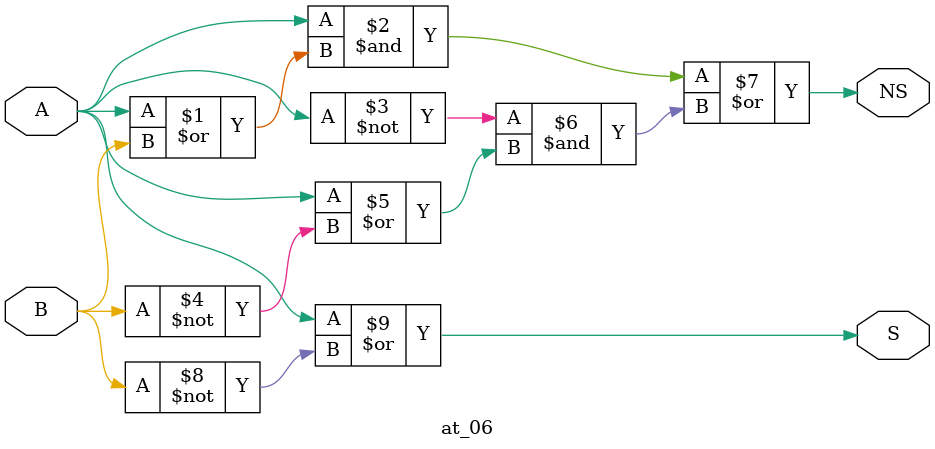
<source format=v>
module at_06(
    input A, B,
    output NS, S
);

assign NS = A & (A | B) | ~A & (A | ~B); 
assign S = A | ~B;
    
endmodule
</source>
